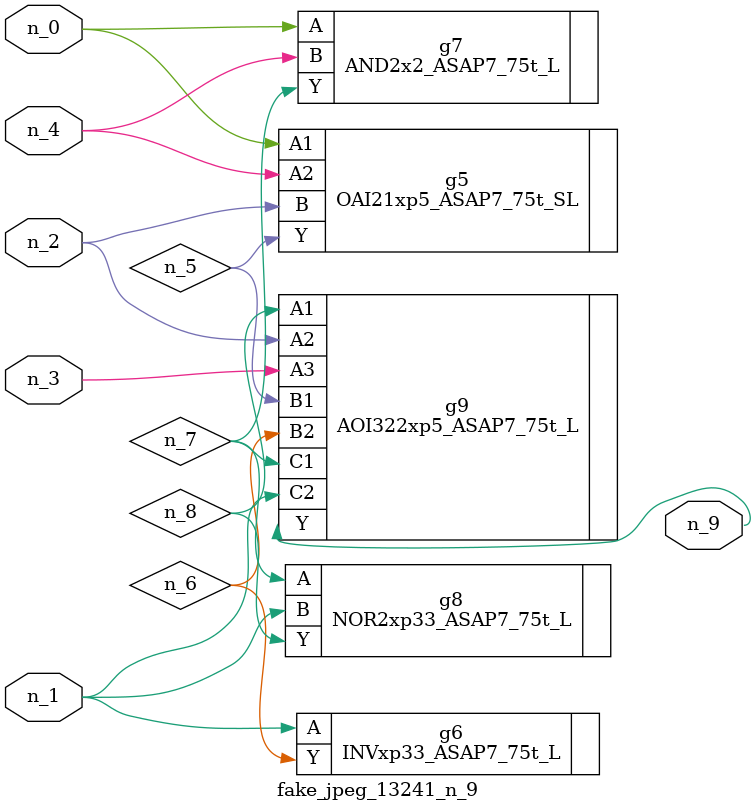
<source format=v>
module fake_jpeg_13241_n_9 (n_3, n_2, n_1, n_0, n_4, n_9);

input n_3;
input n_2;
input n_1;
input n_0;
input n_4;

output n_9;

wire n_8;
wire n_6;
wire n_5;
wire n_7;

OAI21xp5_ASAP7_75t_SL g5 ( 
.A1(n_0),
.A2(n_4),
.B(n_2),
.Y(n_5)
);

INVxp33_ASAP7_75t_L g6 ( 
.A(n_1),
.Y(n_6)
);

AND2x2_ASAP7_75t_L g7 ( 
.A(n_0),
.B(n_4),
.Y(n_7)
);

NOR2xp33_ASAP7_75t_L g8 ( 
.A(n_7),
.B(n_1),
.Y(n_8)
);

AOI322xp5_ASAP7_75t_L g9 ( 
.A1(n_8),
.A2(n_2),
.A3(n_3),
.B1(n_5),
.B2(n_6),
.C1(n_7),
.C2(n_1),
.Y(n_9)
);


endmodule
</source>
